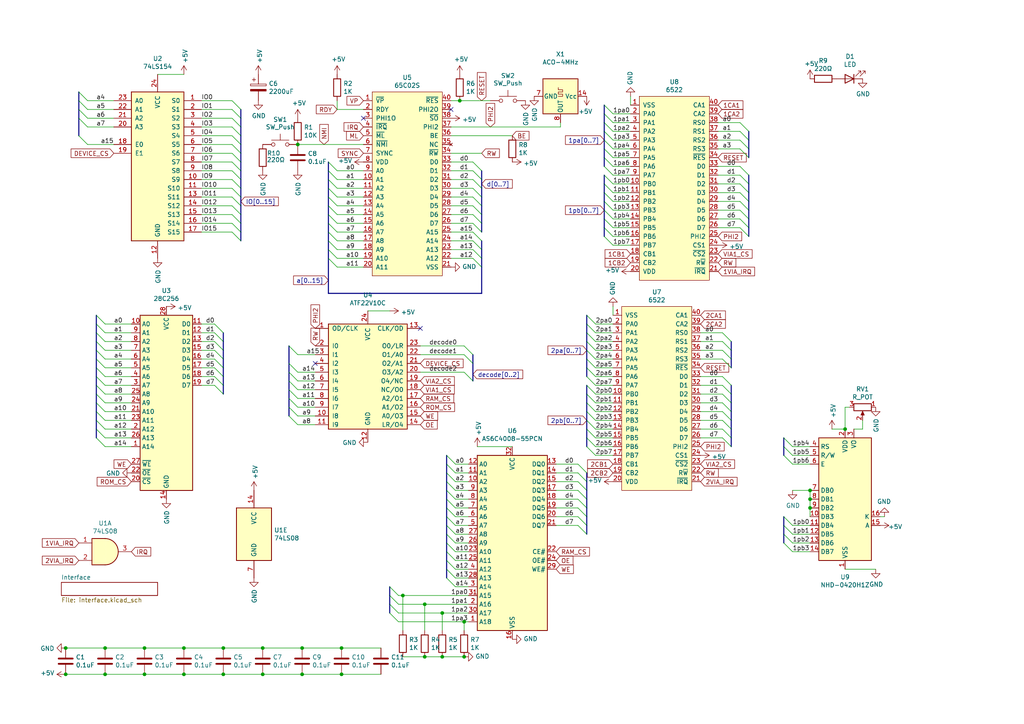
<source format=kicad_sch>
(kicad_sch (version 20211123) (generator eeschema)
  (paper "A4")
  (title_block (title "6502") (date "2022-02-22") (rev "1.1") (company "Strahinja Marinkovic"))
  (junction (at 128.27 177.8))
  (junction (at 134.62 190.5))
  (junction (at 134.62 180.34))
  (junction (at 133.35 29.21))
  (junction (at 99.06 187.96))
  (junction (at 19.05 195.58))
  (junction (at 123.19 175.26))
  (junction (at 128.27 190.5))
  (junction (at 234.95 147.32))
  (junction (at 30.48 195.58))
  (junction (at 41.91 187.96))
  (junction (at 53.34 187.96))
  (junction (at 123.19 190.5))
  (junction (at 234.95 142.24))
  (junction (at 41.91 195.58))
  (junction (at 234.95 144.78))
  (junction (at 64.77 195.58))
  (junction (at 87.63 195.58))
  (junction (at 19.05 187.96))
  (junction (at 76.2 187.96))
  (junction (at 86.36 41.91))
  (junction (at 76.2 195.58))
  (junction (at 99.06 195.58))
  (junction (at 87.63 187.96))
  (junction (at 245.11 124.46))
  (junction (at 64.77 187.96))
  (junction (at 30.48 187.96))
  (junction (at 53.34 195.58))
  (junction (at 116.84 172.72))
  (no_connect (at 91.44 105.41))
  (no_connect (at 130.81 31.75))
  (no_connect (at 105.41 34.29))
  (no_connect (at 121.92 95.25))
  (bus_entry (at 134.62 100.33) (size 2.54 2.54))
  (bus_entry (at 132.08 157.48) (size -2.54 -2.54))
  (bus_entry (at 170.18 109.22) (size 2.54 2.54))
  (bus_entry (at 67.31 44.45) (size 2.54 2.54))
  (bus_entry (at 132.08 162.56) (size -2.54 -2.54))
  (bus_entry (at 132.08 149.86) (size -2.54 -2.54))
  (bus_entry (at 170.18 93.98) (size 2.54 2.54))
  (bus_entry (at 170.18 127) (size 2.54 2.54))
  (bus_entry (at 132.08 139.7) (size -2.54 -2.54))
  (bus_entry (at 95.25 59.69) (size 2.54 2.54))
  (bus_entry (at 95.25 46.99) (size 2.54 2.54))
  (bus_entry (at 27.94 91.44) (size 2.54 2.54))
  (bus_entry (at 134.62 107.95) (size 2.54 2.54))
  (bus_entry (at 27.94 106.68) (size 2.54 2.54))
  (bus_entry (at 137.16 57.15) (size 2.54 2.54))
  (bus_entry (at 175.26 60.96) (size 2.54 2.54))
  (bus_entry (at 83.82 105.41) (size 2.54 2.54))
  (bus_entry (at 27.94 119.38) (size 2.54 2.54))
  (bus_entry (at 83.82 115.57) (size 2.54 2.54))
  (bus_entry (at 227.33 152.4) (size 2.54 2.54))
  (bus_entry (at 170.18 124.46) (size 2.54 2.54))
  (bus_entry (at 175.26 50.8) (size 2.54 2.54))
  (bus_entry (at 214.63 66.04) (size 2.54 2.54))
  (bus_entry (at 137.16 52.07) (size 2.54 2.54))
  (bus_entry (at 62.23 101.6) (size 2.54 2.54))
  (bus_entry (at 209.55 124.46) (size 2.54 2.54))
  (bus_entry (at 175.26 33.02) (size 2.54 2.54))
  (bus_entry (at 175.26 68.58) (size 2.54 2.54))
  (bus_entry (at 175.26 40.64) (size 2.54 2.54))
  (bus_entry (at 27.94 109.22) (size 2.54 2.54))
  (bus_entry (at 209.55 114.3) (size 2.54 2.54))
  (bus_entry (at 67.31 36.83) (size 2.54 2.54))
  (bus_entry (at 95.25 62.23) (size 2.54 2.54))
  (bus_entry (at 83.82 118.11) (size 2.54 2.54))
  (bus_entry (at 83.82 100.33) (size 2.54 2.54))
  (bus_entry (at 170.18 96.52) (size 2.54 2.54))
  (bus_entry (at 214.63 35.56) (size 2.54 2.54))
  (bus_entry (at 214.63 53.34) (size 2.54 2.54))
  (bus_entry (at 67.31 31.75) (size 2.54 2.54))
  (bus_entry (at 214.63 50.8) (size 2.54 2.54))
  (bus_entry (at 170.18 99.06) (size 2.54 2.54))
  (bus_entry (at 115.57 175.26) (size -2.54 -2.54))
  (bus_entry (at 115.57 180.34) (size -2.54 -2.54))
  (bus_entry (at 95.25 72.39) (size 2.54 2.54))
  (bus_entry (at 132.08 160.02) (size -2.54 -2.54))
  (bus_entry (at 132.08 142.24) (size -2.54 -2.54))
  (bus_entry (at 175.26 43.18) (size 2.54 2.54))
  (bus_entry (at 67.31 46.99) (size 2.54 2.54))
  (bus_entry (at 227.33 129.54) (size 2.54 2.54))
  (bus_entry (at 83.82 120.65) (size 2.54 2.54))
  (bus_entry (at 95.25 57.15) (size 2.54 2.54))
  (bus_entry (at 132.08 154.94) (size -2.54 -2.54))
  (bus_entry (at 132.08 170.18) (size -2.54 -2.54))
  (bus_entry (at 175.26 53.34) (size 2.54 2.54))
  (bus_entry (at 214.63 48.26) (size 2.54 2.54))
  (bus_entry (at 209.55 104.14) (size 2.54 2.54))
  (bus_entry (at 214.63 63.5) (size 2.54 2.54))
  (bus_entry (at 95.25 52.07) (size 2.54 2.54))
  (bus_entry (at 137.16 54.61) (size 2.54 2.54))
  (bus_entry (at 62.23 96.52) (size 2.54 2.54))
  (bus_entry (at 209.55 111.76) (size 2.54 2.54))
  (bus_entry (at 27.94 121.92) (size 2.54 2.54))
  (bus_entry (at 170.18 91.44) (size 2.54 2.54))
  (bus_entry (at 214.63 40.64) (size 2.54 2.54))
  (bus_entry (at 214.63 55.88) (size 2.54 2.54))
  (bus_entry (at 209.55 99.06) (size 2.54 2.54))
  (bus_entry (at 22.86 34.29) (size 2.54 2.54))
  (bus_entry (at 27.94 93.98) (size 2.54 2.54))
  (bus_entry (at 67.31 34.29) (size 2.54 2.54))
  (bus_entry (at 27.94 101.6) (size 2.54 2.54))
  (bus_entry (at 137.16 59.69) (size 2.54 2.54))
  (bus_entry (at 22.86 31.75) (size 2.54 2.54))
  (bus_entry (at 67.31 54.61) (size 2.54 2.54))
  (bus_entry (at 67.31 29.21) (size 2.54 2.54))
  (bus_entry (at 214.63 43.18) (size 2.54 2.54))
  (bus_entry (at 170.18 116.84) (size 2.54 2.54))
  (bus_entry (at 175.26 35.56) (size 2.54 2.54))
  (bus_entry (at 67.31 67.31) (size 2.54 2.54))
  (bus_entry (at 132.08 165.1) (size -2.54 -2.54))
  (bus_entry (at 83.82 113.03) (size 2.54 2.54))
  (bus_entry (at 132.08 167.64) (size -2.54 -2.54))
  (bus_entry (at 134.62 102.87) (size 2.54 2.54))
  (bus_entry (at 27.94 124.46) (size 2.54 2.54))
  (bus_entry (at 27.94 127) (size 2.54 2.54))
  (bus_entry (at 175.26 58.42) (size 2.54 2.54))
  (bus_entry (at 67.31 62.23) (size 2.54 2.54))
  (bus_entry (at 209.55 109.22) (size 2.54 2.54))
  (bus_entry (at 137.16 64.77) (size 2.54 2.54))
  (bus_entry (at 132.08 147.32) (size -2.54 -2.54))
  (bus_entry (at 209.55 121.92) (size 2.54 2.54))
  (bus_entry (at 175.26 48.26) (size 2.54 2.54))
  (bus_entry (at 132.08 144.78) (size -2.54 -2.54))
  (bus_entry (at 62.23 93.98) (size 2.54 2.54))
  (bus_entry (at 67.31 39.37) (size 2.54 2.54))
  (bus_entry (at 175.26 55.88) (size 2.54 2.54))
  (bus_entry (at 27.94 111.76) (size 2.54 2.54))
  (bus_entry (at 137.16 69.85) (size 2.54 2.54))
  (bus_entry (at 167.64 144.78) (size 2.54 2.54))
  (bus_entry (at 167.64 147.32) (size 2.54 2.54))
  (bus_entry (at 167.64 137.16) (size 2.54 2.54))
  (bus_entry (at 167.64 139.7) (size 2.54 2.54))
  (bus_entry (at 167.64 142.24) (size 2.54 2.54))
  (bus_entry (at 167.64 149.86) (size 2.54 2.54))
  (bus_entry (at 167.64 152.4) (size 2.54 2.54))
  (bus_entry (at 167.64 134.62) (size 2.54 2.54))
  (bus_entry (at 170.18 106.68) (size 2.54 2.54))
  (bus_entry (at 95.25 49.53) (size 2.54 2.54))
  (bus_entry (at 95.25 54.61) (size 2.54 2.54))
  (bus_entry (at 170.18 121.92) (size 2.54 2.54))
  (bus_entry (at 170.18 114.3) (size 2.54 2.54))
  (bus_entry (at 62.23 111.76) (size 2.54 2.54))
  (bus_entry (at 67.31 49.53) (size 2.54 2.54))
  (bus_entry (at 22.86 39.37) (size 2.54 2.54))
  (bus_entry (at 170.18 104.14) (size 2.54 2.54))
  (bus_entry (at 62.23 106.68) (size 2.54 2.54))
  (bus_entry (at 227.33 154.94) (size 2.54 2.54))
  (bus_entry (at 175.26 38.1) (size 2.54 2.54))
  (bus_entry (at 209.55 116.84) (size 2.54 2.54))
  (bus_entry (at 115.57 172.72) (size -2.54 -2.54))
  (bus_entry (at 67.31 59.69) (size 2.54 2.54))
  (bus_entry (at 170.18 101.6) (size 2.54 2.54))
  (bus_entry (at 227.33 157.48) (size 2.54 2.54))
  (bus_entry (at 129.54 132.08) (size 2.54 2.54))
  (bus_entry (at 227.33 149.86) (size 2.54 2.54))
  (bus_entry (at 95.25 69.85) (size 2.54 2.54))
  (bus_entry (at 209.55 127) (size 2.54 2.54))
  (bus_entry (at 115.57 177.8) (size -2.54 -2.54))
  (bus_entry (at 67.31 64.77) (size 2.54 2.54))
  (bus_entry (at 27.94 104.14) (size 2.54 2.54))
  (bus_entry (at 227.33 127) (size 2.54 2.54))
  (bus_entry (at 137.16 74.93) (size 2.54 2.54))
  (bus_entry (at 209.55 96.52) (size 2.54 2.54))
  (bus_entry (at 22.86 29.21) (size 2.54 2.54))
  (bus_entry (at 95.25 64.77) (size 2.54 2.54))
  (bus_entry (at 175.26 30.48) (size 2.54 2.54))
  (bus_entry (at 175.26 66.04) (size 2.54 2.54))
  (bus_entry (at 62.23 109.22) (size 2.54 2.54))
  (bus_entry (at 137.16 67.31) (size 2.54 2.54))
  (bus_entry (at 209.55 119.38) (size 2.54 2.54))
  (bus_entry (at 27.94 99.06) (size 2.54 2.54))
  (bus_entry (at 214.63 58.42) (size 2.54 2.54))
  (bus_entry (at 83.82 110.49) (size 2.54 2.54))
  (bus_entry (at 22.86 26.67) (size 2.54 2.54))
  (bus_entry (at 67.31 57.15) (size 2.54 2.54))
  (bus_entry (at 95.25 67.31) (size 2.54 2.54))
  (bus_entry (at 95.25 74.93) (size 2.54 2.54))
  (bus_entry (at 137.16 62.23) (size 2.54 2.54))
  (bus_entry (at 137.16 49.53) (size 2.54 2.54))
  (bus_entry (at 209.55 101.6) (size 2.54 2.54))
  (bus_entry (at 175.26 63.5) (size 2.54 2.54))
  (bus_entry (at 137.16 46.99) (size 2.54 2.54))
  (bus_entry (at 27.94 114.3) (size 2.54 2.54))
  (bus_entry (at 170.18 119.38) (size 2.54 2.54))
  (bus_entry (at 62.23 104.14) (size 2.54 2.54))
  (bus_entry (at 175.26 45.72) (size 2.54 2.54))
  (bus_entry (at 170.18 129.54) (size 2.54 2.54))
  (bus_entry (at 83.82 107.95) (size 2.54 2.54))
  (bus_entry (at 62.23 99.06) (size 2.54 2.54))
  (bus_entry (at 27.94 96.52) (size 2.54 2.54))
  (bus_entry (at 137.16 72.39) (size 2.54 2.54))
  (bus_entry (at 227.33 132.08) (size 2.54 2.54))
  (bus_entry (at 170.18 111.76) (size 2.54 2.54))
  (bus_entry (at 132.08 152.4) (size -2.54 -2.54))
  (bus_entry (at 67.31 41.91) (size 2.54 2.54))
  (bus_entry (at 67.31 52.07) (size 2.54 2.54))
  (bus_entry (at 27.94 116.84) (size 2.54 2.54))
  (bus_entry (at 214.63 38.1) (size 2.54 2.54))
  (bus_entry (at 214.63 60.96) (size 2.54 2.54))
  (bus_entry (at 129.54 134.62) (size 2.54 2.54))
  (bus (pts (xy 175.26 60.96) (xy 175.26 63.5)))
  (wire (pts (xy 177.8 45.72) (xy 182.88 45.72)))
  (bus (pts (xy 217.17 55.88) (xy 217.17 58.42)))
  (wire (pts (xy 172.72 104.14) (xy 177.8 104.14)))
  (wire (pts (xy 161.29 152.4) (xy 167.64 152.4)))
  (bus (pts (xy 113.03 172.72) (xy 113.03 175.26)))
  (bus (pts (xy 69.85 67.31) (xy 69.85 69.85)))
  (wire (pts (xy 177.8 38.1) (xy 182.88 38.1)))
  (bus (pts (xy 129.54 149.86) (xy 129.54 152.4)))
  (wire (pts (xy 97.79 31.75) (xy 105.41 31.75)))
  (bus (pts (xy 129.54 162.56) (xy 129.54 165.1)))
  (bus (pts (xy 175.26 45.72) (xy 175.26 48.26)))
  (wire (pts (xy 128.27 182.88) (xy 128.27 177.8)))
  (bus (pts (xy 139.7 52.07) (xy 139.7 54.61)))
  (wire (pts (xy 53.34 195.58) (xy 41.91 195.58)))
  (wire (pts (xy 132.08 154.94) (xy 135.89 154.94)))
  (bus (pts (xy 170.18 106.68) (xy 170.18 109.22)))
  (wire (pts (xy 58.42 39.37) (xy 67.31 39.37)))
  (bus (pts (xy 170.18 142.24) (xy 170.18 144.78)))
  (bus (pts (xy 139.7 62.23) (xy 139.7 64.77)))
  (wire (pts (xy 130.81 67.31) (xy 137.16 67.31)))
  (bus (pts (xy 139.7 72.39) (xy 139.7 74.93)))
  (wire (pts (xy 128.27 177.8) (xy 135.89 177.8)))
  (wire (pts (xy 25.4 41.91) (xy 33.02 41.91)))
  (wire (pts (xy 58.42 52.07) (xy 67.31 52.07)))
  (bus (pts (xy 175.26 38.1) (xy 175.26 40.64)))
  (wire (pts (xy 58.42 106.68) (xy 62.23 106.68)))
  (wire (pts (xy 130.81 29.21) (xy 133.35 29.21)))
  (bus (pts (xy 95.25 54.61) (xy 95.25 57.15)))
  (bus (pts (xy 175.26 35.56) (xy 175.26 38.1)))
  (wire (pts (xy 58.42 41.91) (xy 67.31 41.91)))
  (bus (pts (xy 170.18 96.52) (xy 170.18 99.06)))
  (bus (pts (xy 95.25 57.15) (xy 95.25 59.69)))
  (wire (pts (xy 172.72 124.46) (xy 177.8 124.46)))
  (wire (pts (xy 99.06 195.58) (xy 87.63 195.58)))
  (bus (pts (xy 129.54 137.16) (xy 129.54 139.7)))
  (wire (pts (xy 161.29 149.86) (xy 167.64 149.86)))
  (wire (pts (xy 30.48 106.68) (xy 38.1 106.68)))
  (wire (pts (xy 30.48 104.14) (xy 38.1 104.14)))
  (wire (pts (xy 132.08 137.16) (xy 135.89 137.16)))
  (wire (pts (xy 30.48 96.52) (xy 38.1 96.52)))
  (wire (pts (xy 97.79 74.93) (xy 105.41 74.93)))
  (bus (pts (xy 170.18 101.6) (xy 170.18 104.14)))
  (wire (pts (xy 177.8 66.04) (xy 182.88 66.04)))
  (bus (pts (xy 83.82 107.95) (xy 83.82 110.49)))
  (wire (pts (xy 97.79 64.77) (xy 105.41 64.77)))
  (wire (pts (xy 67.31 29.21) (xy 58.42 29.21)))
  (bus (pts (xy 217.17 38.1) (xy 217.17 40.64)))
  (bus (pts (xy 27.94 99.06) (xy 27.94 101.6)))
  (bus (pts (xy 175.26 30.48) (xy 175.26 33.02)))
  (wire (pts (xy 86.36 120.65) (xy 91.44 120.65)))
  (wire (pts (xy 53.34 187.96) (xy 41.91 187.96)))
  (bus (pts (xy 69.85 44.45) (xy 69.85 46.99)))
  (bus (pts (xy 27.94 106.68) (xy 27.94 109.22)))
  (bus (pts (xy 137.16 105.41) (xy 137.16 110.49)))
  (wire (pts (xy 177.8 53.34) (xy 182.88 53.34)))
  (wire (pts (xy 123.19 175.26) (xy 135.89 175.26)))
  (wire (pts (xy 177.8 63.5) (xy 182.88 63.5)))
  (wire (pts (xy 250.19 121.92) (xy 250.19 124.46)))
  (wire (pts (xy 97.79 54.61) (xy 105.41 54.61)))
  (wire (pts (xy 130.81 36.83) (xy 162.56 36.83)))
  (bus (pts (xy 129.54 144.78) (xy 129.54 147.32)))
  (wire (pts (xy 25.4 31.75) (xy 33.02 31.75)))
  (wire (pts (xy 58.42 36.83) (xy 67.31 36.83)))
  (wire (pts (xy 97.79 69.85) (xy 105.41 69.85)))
  (wire (pts (xy 229.87 152.4) (xy 234.95 152.4)))
  (bus (pts (xy 27.94 104.14) (xy 27.94 106.68)))
  (bus (pts (xy 27.94 111.76) (xy 27.94 114.3)))
  (wire (pts (xy 58.42 34.29) (xy 67.31 34.29)))
  (wire (pts (xy 97.79 57.15) (xy 105.41 57.15)))
  (wire (pts (xy 208.28 53.34) (xy 214.63 53.34)))
  (bus (pts (xy 113.03 175.26) (xy 113.03 177.8)))
  (wire (pts (xy 58.42 109.22) (xy 62.23 109.22)))
  (wire (pts (xy 161.29 134.62) (xy 167.64 134.62)))
  (wire (pts (xy 172.72 121.92) (xy 177.8 121.92)))
  (wire (pts (xy 172.72 99.06) (xy 177.8 99.06)))
  (wire (pts (xy 161.29 142.24) (xy 167.64 142.24)))
  (wire (pts (xy 208.28 55.88) (xy 214.63 55.88)))
  (bus (pts (xy 83.82 118.11) (xy 83.82 120.65)))
  (wire (pts (xy 30.48 93.98) (xy 38.1 93.98)))
  (wire (pts (xy 110.49 195.58) (xy 99.06 195.58)))
  (bus (pts (xy 227.33 129.54) (xy 227.33 132.08)))
  (wire (pts (xy 250.19 124.46) (xy 247.65 124.46)))
  (bus (pts (xy 217.17 66.04) (xy 217.17 68.58)))
  (wire (pts (xy 58.42 93.98) (xy 62.23 93.98)))
  (bus (pts (xy 22.86 34.29) (xy 22.86 39.37)))
  (wire (pts (xy 177.8 40.64) (xy 182.88 40.64)))
  (bus (pts (xy 139.7 59.69) (xy 139.7 62.23)))
  (bus (pts (xy 170.18 121.92) (xy 170.18 124.46)))
  (bus (pts (xy 95.25 74.93) (xy 95.25 85.09)))
  (bus (pts (xy 175.26 50.8) (xy 175.26 53.34)))
  (wire (pts (xy 132.08 152.4) (xy 135.89 152.4)))
  (bus (pts (xy 175.26 53.34) (xy 175.26 55.88)))
  (bus (pts (xy 69.85 52.07) (xy 69.85 54.61)))
  (wire (pts (xy 177.8 58.42) (xy 182.88 58.42)))
  (wire (pts (xy 76.2 195.58) (xy 64.77 195.58)))
  (wire (pts (xy 30.48 121.92) (xy 38.1 121.92)))
  (wire (pts (xy 86.36 102.87) (xy 91.44 102.87)))
  (bus (pts (xy 212.09 127) (xy 212.09 129.54)))
  (wire (pts (xy 130.81 46.99) (xy 137.16 46.99)))
  (bus (pts (xy 27.94 116.84) (xy 27.94 119.38)))
  (wire (pts (xy 25.4 29.21) (xy 33.02 29.21)))
  (bus (pts (xy 64.77 101.6) (xy 64.77 104.14)))
  (wire (pts (xy 76.2 187.96) (xy 64.77 187.96)))
  (wire (pts (xy 58.42 67.31) (xy 67.31 67.31)))
  (wire (pts (xy 58.42 111.76) (xy 62.23 111.76)))
  (bus (pts (xy 227.33 154.94) (xy 227.33 157.48)))
  (wire (pts (xy 132.08 149.86) (xy 135.89 149.86)))
  (wire (pts (xy 203.2 114.3) (xy 209.55 114.3)))
  (wire (pts (xy 203.2 109.22) (xy 209.55 109.22)))
  (bus (pts (xy 175.26 40.64) (xy 175.26 43.18)))
  (wire (pts (xy 134.62 182.88) (xy 134.62 180.34)))
  (wire (pts (xy 97.79 59.69) (xy 105.41 59.69)))
  (bus (pts (xy 27.94 91.44) (xy 27.94 93.98)))
  (wire (pts (xy 177.8 88.9) (xy 177.8 91.44)))
  (wire (pts (xy 130.81 52.07) (xy 137.16 52.07)))
  (bus (pts (xy 22.86 26.67) (xy 22.86 29.21)))
  (bus (pts (xy 227.33 152.4) (xy 227.33 154.94)))
  (wire (pts (xy 177.8 96.52) (xy 172.72 96.52)))
  (bus (pts (xy 170.18 137.16) (xy 170.18 139.7)))
  (bus (pts (xy 95.25 64.77) (xy 95.25 67.31)))
  (wire (pts (xy 182.88 27.94) (xy 182.88 30.48)))
  (wire (pts (xy 97.79 77.47) (xy 105.41 77.47)))
  (wire (pts (xy 203.2 101.6) (xy 209.55 101.6)))
  (wire (pts (xy 172.72 127) (xy 177.8 127)))
  (wire (pts (xy 229.87 142.24) (xy 234.95 142.24)))
  (wire (pts (xy 30.48 109.22) (xy 38.1 109.22)))
  (wire (pts (xy 203.2 111.76) (xy 209.55 111.76)))
  (wire (pts (xy 30.48 99.06) (xy 38.1 99.06)))
  (wire (pts (xy 203.2 99.06) (xy 209.55 99.06)))
  (bus (pts (xy 69.85 59.69) (xy 69.85 62.23)))
  (wire (pts (xy 132.08 157.48) (xy 135.89 157.48)))
  (wire (pts (xy 208.28 48.26) (xy 214.63 48.26)))
  (wire (pts (xy 161.29 137.16) (xy 167.64 137.16)))
  (wire (pts (xy 208.28 58.42) (xy 214.63 58.42)))
  (wire (pts (xy 172.72 109.22) (xy 177.8 109.22)))
  (bus (pts (xy 27.94 121.92) (xy 27.94 124.46)))
  (wire (pts (xy 58.42 64.77) (xy 67.31 64.77)))
  (bus (pts (xy 22.86 29.21) (xy 22.86 31.75)))
  (bus (pts (xy 139.7 77.47) (xy 139.7 85.09)))
  (bus (pts (xy 64.77 99.06) (xy 64.77 101.6)))
  (wire (pts (xy 121.92 102.87) (xy 134.62 102.87)))
  (bus (pts (xy 170.18 139.7) (xy 170.18 142.24)))
  (wire (pts (xy 116.84 190.5) (xy 123.19 190.5)))
  (bus (pts (xy 27.94 101.6) (xy 27.94 104.14)))
  (bus (pts (xy 170.18 124.46) (xy 170.18 127)))
  (wire (pts (xy 30.48 119.38) (xy 38.1 119.38)))
  (bus (pts (xy 129.54 132.08) (xy 129.54 134.62)))
  (wire (pts (xy 115.57 175.26) (xy 123.19 175.26)))
  (bus (pts (xy 27.94 114.3) (xy 27.94 116.84)))
  (wire (pts (xy 99.06 187.96) (xy 87.63 187.96)))
  (wire (pts (xy 135.89 134.62) (xy 132.08 134.62)))
  (bus (pts (xy 170.18 147.32) (xy 170.18 149.86)))
  (bus (pts (xy 170.18 104.14) (xy 170.18 106.68)))
  (bus (pts (xy 139.7 57.15) (xy 139.7 59.69)))
  (wire (pts (xy 132.08 144.78) (xy 135.89 144.78)))
  (wire (pts (xy 132.08 160.02) (xy 135.89 160.02)))
  (bus (pts (xy 137.16 102.87) (xy 137.16 105.41)))
  (bus (pts (xy 175.26 58.42) (xy 175.26 60.96)))
  (wire (pts (xy 25.4 36.83) (xy 33.02 36.83)))
  (bus (pts (xy 95.25 69.85) (xy 95.25 72.39)))
  (wire (pts (xy 86.36 118.11) (xy 91.44 118.11)))
  (wire (pts (xy 113.03 90.17) (xy 106.68 90.17)))
  (bus (pts (xy 95.25 49.53) (xy 95.25 52.07)))
  (wire (pts (xy 245.11 118.11) (xy 245.11 124.46)))
  (bus (pts (xy 64.77 104.14) (xy 64.77 106.68)))
  (wire (pts (xy 115.57 180.34) (xy 134.62 180.34)))
  (bus (pts (xy 129.54 134.62) (xy 129.54 137.16)))
  (wire (pts (xy 86.36 113.03) (xy 91.44 113.03)))
  (wire (pts (xy 58.42 49.53) (xy 67.31 49.53)))
  (bus (pts (xy 212.09 101.6) (xy 212.09 104.14)))
  (wire (pts (xy 58.42 44.45) (xy 67.31 44.45)))
  (wire (pts (xy 58.42 99.06) (xy 62.23 99.06)))
  (wire (pts (xy 30.48 129.54) (xy 38.1 129.54)))
  (bus (pts (xy 170.18 149.86) (xy 170.18 152.4)))
  (wire (pts (xy 172.72 101.6) (xy 177.8 101.6)))
  (wire (pts (xy 130.81 59.69) (xy 137.16 59.69)))
  (wire (pts (xy 172.72 93.98) (xy 177.8 93.98)))
  (bus (pts (xy 129.54 165.1) (xy 129.54 167.64)))
  (bus (pts (xy 227.33 127) (xy 227.33 129.54)))
  (bus (pts (xy 69.85 62.23) (xy 69.85 64.77)))
  (wire (pts (xy 172.72 132.08) (xy 177.8 132.08)))
  (wire (pts (xy 172.72 106.68) (xy 177.8 106.68)))
  (bus (pts (xy 64.77 96.52) (xy 64.77 99.06)))
  (bus (pts (xy 212.09 99.06) (xy 212.09 101.6)))
  (wire (pts (xy 123.19 182.88) (xy 123.19 175.26)))
  (wire (pts (xy 134.62 180.34) (xy 135.89 180.34)))
  (bus (pts (xy 83.82 113.03) (xy 83.82 115.57)))
  (bus (pts (xy 170.18 114.3) (xy 170.18 116.84)))
  (bus (pts (xy 69.85 46.99) (xy 69.85 49.53)))
  (wire (pts (xy 182.88 35.56) (xy 177.8 35.56)))
  (wire (pts (xy 208.28 35.56) (xy 214.63 35.56)))
  (wire (pts (xy 110.49 187.96) (xy 99.06 187.96)))
  (wire (pts (xy 177.8 129.54) (xy 172.72 129.54)))
  (bus (pts (xy 212.09 121.92) (xy 212.09 124.46)))
  (wire (pts (xy 132.08 165.1) (xy 135.89 165.1)))
  (bus (pts (xy 212.09 124.46) (xy 212.09 127)))
  (wire (pts (xy 132.08 167.64) (xy 135.89 167.64)))
  (wire (pts (xy 58.42 96.52) (xy 62.23 96.52)))
  (wire (pts (xy 182.88 55.88) (xy 177.8 55.88)))
  (wire (pts (xy 58.42 62.23) (xy 67.31 62.23)))
  (bus (pts (xy 217.17 53.34) (xy 217.17 55.88)))
  (wire (pts (xy 97.79 52.07) (xy 105.41 52.07)))
  (bus (pts (xy 83.82 105.41) (xy 83.82 107.95)))
  (bus (pts (xy 95.25 85.09) (xy 139.7 85.09)))
  (wire (pts (xy 58.42 31.75) (xy 67.31 31.75)))
  (bus (pts (xy 69.85 36.83) (xy 69.85 39.37)))
  (bus (pts (xy 69.85 54.61) (xy 69.85 57.15)))
  (wire (pts (xy 246.38 118.11) (xy 245.11 118.11)))
  (wire (pts (xy 133.35 29.21) (xy 142.24 29.21)))
  (wire (pts (xy 162.56 36.83) (xy 162.56 35.56)))
  (bus (pts (xy 69.85 39.37) (xy 69.85 41.91)))
  (wire (pts (xy 130.81 44.45) (xy 139.7 44.45)))
  (bus (pts (xy 129.54 152.4) (xy 129.54 154.94)))
  (bus (pts (xy 95.25 59.69) (xy 95.25 62.23)))
  (bus (pts (xy 170.18 116.84) (xy 170.18 119.38)))
  (bus (pts (xy 69.85 34.29) (xy 69.85 36.83)))
  (wire (pts (xy 86.36 115.57) (xy 91.44 115.57)))
  (wire (pts (xy 115.57 177.8) (xy 128.27 177.8)))
  (bus (pts (xy 175.26 55.88) (xy 175.26 58.42)))
  (bus (pts (xy 64.77 109.22) (xy 64.77 111.76)))
  (wire (pts (xy 203.2 119.38) (xy 209.55 119.38)))
  (wire (pts (xy 123.19 190.5) (xy 128.27 190.5)))
  (wire (pts (xy 58.42 101.6) (xy 62.23 101.6)))
  (wire (pts (xy 132.08 147.32) (xy 135.89 147.32)))
  (bus (pts (xy 69.85 49.53) (xy 69.85 52.07)))
  (bus (pts (xy 175.26 33.02) (xy 175.26 35.56)))
  (bus (pts (xy 95.25 62.23) (xy 95.25 64.77)))
  (wire (pts (xy 208.28 66.04) (xy 214.63 66.04)))
  (wire (pts (xy 97.79 29.21) (xy 97.79 31.75)))
  (bus (pts (xy 170.18 144.78) (xy 170.18 147.32)))
  (bus (pts (xy 129.54 147.32) (xy 129.54 149.86)))
  (wire (pts (xy 25.4 34.29) (xy 33.02 34.29)))
  (wire (pts (xy 128.27 190.5) (xy 134.62 190.5)))
  (wire (pts (xy 58.42 59.69) (xy 67.31 59.69)))
  (bus (pts (xy 217.17 50.8) (xy 217.17 53.34)))
  (bus (pts (xy 69.85 31.75) (xy 69.85 34.29)))
  (wire (pts (xy 177.8 48.26) (xy 182.88 48.26)))
  (wire (pts (xy 245.11 165.1) (xy 254 165.1)))
  (bus (pts (xy 69.85 64.77) (xy 69.85 67.31)))
  (bus (pts (xy 129.54 139.7) (xy 129.54 142.24)))
  (wire (pts (xy 30.48 116.84) (xy 38.1 116.84)))
  (bus (pts (xy 27.94 119.38) (xy 27.94 121.92)))
  (bus (pts (xy 95.25 46.99) (xy 95.25 49.53)))
  (bus (pts (xy 212.09 116.84) (xy 212.09 119.38)))
  (wire (pts (xy 229.87 134.62) (xy 234.95 134.62)))
  (bus (pts (xy 170.18 99.06) (xy 170.18 101.6)))
  (bus (pts (xy 217.17 60.96) (xy 217.17 63.5)))
  (bus (pts (xy 212.09 111.76) (xy 212.09 114.3)))
  (wire (pts (xy 121.92 107.95) (xy 134.62 107.95)))
  (wire (pts (xy 58.42 46.99) (xy 67.31 46.99)))
  (bus (pts (xy 139.7 74.93) (xy 139.7 77.47)))
  (bus (pts (xy 69.85 57.15) (xy 69.85 59.69)))
  (wire (pts (xy 41.91 195.58) (xy 30.48 195.58)))
  (wire (pts (xy 132.08 142.24) (xy 135.89 142.24)))
  (wire (pts (xy 30.48 101.6) (xy 38.1 101.6)))
  (wire (pts (xy 58.42 54.61) (xy 67.31 54.61)))
  (bus (pts (xy 69.85 41.91) (xy 69.85 44.45)))
  (wire (pts (xy 130.81 72.39) (xy 137.16 72.39)))
  (bus (pts (xy 217.17 43.18) (xy 217.17 45.72)))
  (wire (pts (xy 177.8 50.8) (xy 182.88 50.8)))
  (wire (pts (xy 53.34 21.59) (xy 45.72 21.59)))
  (bus (pts (xy 64.77 111.76) (xy 64.77 114.3)))
  (bus (pts (xy 95.25 52.07) (xy 95.25 54.61)))
  (wire (pts (xy 172.72 111.76) (xy 177.8 111.76)))
  (wire (pts (xy 130.81 57.15) (xy 137.16 57.15)))
  (wire (pts (xy 229.87 160.02) (xy 234.95 160.02)))
  (wire (pts (xy 86.36 107.95) (xy 91.44 107.95)))
  (wire (pts (xy 203.2 127) (xy 209.55 127)))
  (wire (pts (xy 58.42 104.14) (xy 62.23 104.14)))
  (wire (pts (xy 234.95 147.32) (xy 234.95 149.86)))
  (bus (pts (xy 217.17 63.5) (xy 217.17 66.04)))
  (wire (pts (xy 203.2 96.52) (xy 209.55 96.52)))
  (bus (pts (xy 95.25 67.31) (xy 95.25 69.85)))
  (wire (pts (xy 177.8 71.12) (xy 182.88 71.12)))
  (wire (pts (xy 87.63 187.96) (xy 76.2 187.96)))
  (bus (pts (xy 64.77 106.68) (xy 64.77 109.22)))
  (wire (pts (xy 132.08 162.56) (xy 135.89 162.56)))
  (wire (pts (xy 86.36 110.49) (xy 91.44 110.49)))
  (bus (pts (xy 212.09 119.38) (xy 212.09 121.92)))
  (wire (pts (xy 208.28 60.96) (xy 214.63 60.96)))
  (wire (pts (xy 130.81 54.61) (xy 137.16 54.61)))
  (wire (pts (xy 208.28 63.5) (xy 214.63 63.5)))
  (bus (pts (xy 129.54 154.94) (xy 129.54 157.48)))
  (wire (pts (xy 97.79 49.53) (xy 105.41 49.53)))
  (wire (pts (xy 30.48 127) (xy 38.1 127)))
  (wire (pts (xy 172.72 119.38) (xy 177.8 119.38)))
  (wire (pts (xy 86.36 41.91) (xy 105.41 41.91)))
  (bus (pts (xy 212.09 114.3) (xy 212.09 116.84)))
  (wire (pts (xy 130.81 49.53) (xy 137.16 49.53)))
  (bus (pts (xy 170.18 91.44) (xy 170.18 93.98)))
  (wire (pts (xy 130.81 39.37) (xy 148.59 39.37)))
  (bus (pts (xy 27.94 96.52) (xy 27.94 99.06)))
  (wire (pts (xy 116.84 172.72) (xy 135.89 172.72)))
  (wire (pts (xy 134.62 100.33) (xy 121.92 100.33)))
  (wire (pts (xy 208.28 40.64) (xy 214.63 40.64)))
  (bus (pts (xy 170.18 127) (xy 170.18 129.54)))
  (bus (pts (xy 27.94 109.22) (xy 27.94 111.76)))
  (wire (pts (xy 116.84 182.88) (xy 116.84 172.72)))
  (wire (pts (xy 86.36 123.19) (xy 91.44 123.19)))
  (wire (pts (xy 234.95 142.24) (xy 234.95 144.78)))
  (wire (pts (xy 30.48 195.58) (xy 19.05 195.58)))
  (wire (pts (xy 132.08 139.7) (xy 135.89 139.7)))
  (wire (pts (xy 137.16 64.77) (xy 130.81 64.77)))
  (wire (pts (xy 203.2 121.92) (xy 209.55 121.92)))
  (bus (pts (xy 217.17 40.64) (xy 217.17 43.18)))
  (wire (pts (xy 64.77 195.58) (xy 53.34 195.58)))
  (wire (pts (xy 172.72 114.3) (xy 177.8 114.3)))
  (bus (pts (xy 129.54 160.02) (xy 129.54 162.56)))
  (bus (pts (xy 227.33 149.86) (xy 227.33 152.4)))
  (wire (pts (xy 97.79 72.39) (xy 105.41 72.39)))
  (bus (pts (xy 129.54 142.24) (xy 129.54 144.78)))
  (wire (pts (xy 177.8 43.18) (xy 182.88 43.18)))
  (wire (pts (xy 130.81 62.23) (xy 137.16 62.23)))
  (bus (pts (xy 175.26 66.04) (xy 175.26 68.58)))
  (wire (pts (xy 203.2 116.84) (xy 209.55 116.84)))
  (bus (pts (xy 22.86 31.75) (xy 22.86 34.29)))
  (wire (pts (xy 138.43 129.54) (xy 148.59 129.54)))
  (wire (pts (xy 64.77 187.96) (xy 53.34 187.96)))
  (bus (pts (xy 212.09 104.14) (xy 212.09 106.68)))
  (wire (pts (xy 97.79 67.31) (xy 105.41 67.31)))
  (wire (pts (xy 177.8 116.84) (xy 172.72 116.84)))
  (wire (pts (xy 229.87 129.54) (xy 234.95 129.54)))
  (bus (pts (xy 170.18 111.76) (xy 170.18 114.3)))
  (bus (pts (xy 95.25 72.39) (xy 95.25 74.93)))
  (wire (pts (xy 161.29 139.7) (xy 167.64 139.7)))
  (wire (pts (xy 208.28 38.1) (xy 214.63 38.1)))
  (wire (pts (xy 161.29 144.78) (xy 167.64 144.78)))
  (wire (pts (xy 30.48 187.96) (xy 19.05 187.96)))
  (bus (pts (xy 129.54 157.48) (xy 129.54 160.02)))
  (wire (pts (xy 203.2 104.14) (xy 209.55 104.14)))
  (bus (pts (xy 139.7 54.61) (xy 139.7 57.15)))
  (bus (pts (xy 83.82 115.57) (xy 83.82 118.11)))
  (bus (pts (xy 27.94 93.98) (xy 27.94 96.52)))
  (bus (pts (xy 83.82 110.49) (xy 83.82 113.03)))
  (wire (pts (xy 177.8 33.02) (xy 182.88 33.02)))
  (bus (pts (xy 175.26 43.18) (xy 175.26 45.72)))
  (wire (pts (xy 208.28 43.18) (xy 214.63 43.18)))
  (bus (pts (xy 139.7 64.77) (xy 139.7 67.31)))
  (wire (pts (xy 30.48 111.76) (xy 38.1 111.76)))
  (bus (pts (xy 113.03 170.18) (xy 113.03 172.72)))
  (wire (pts (xy 208.28 50.8) (xy 214.63 50.8)))
  (wire (pts (xy 161.29 147.32) (xy 167.64 147.32)))
  (wire (pts (xy 87.63 195.58) (xy 76.2 195.58)))
  (bus (pts (xy 170.18 152.4) (xy 170.18 154.94)))
  (wire (pts (xy 30.48 114.3) (xy 38.1 114.3)))
  (wire (pts (xy 115.57 172.72) (xy 116.84 172.72)))
  (wire (pts (xy 229.87 157.48) (xy 234.95 157.48)))
  (wire (pts (xy 177.8 60.96) (xy 182.88 60.96)))
  (bus (pts (xy 139.7 69.85) (xy 139.7 72.39)))
  (bus (pts (xy 27.94 124.46) (xy 27.94 127)))
  (wire (pts (xy 182.88 68.58) (xy 177.8 68.58)))
  (bus (pts (xy 170.18 93.98) (xy 170.18 96.52)))
  (wire (pts (xy 241.3 124.46) (xy 245.11 124.46)))
  (wire (pts (xy 41.91 187.96) (xy 30.48 187.96)))
  (wire (pts (xy 58.42 57.15) (xy 67.31 57.15)))
  (wire (pts (xy 30.48 124.46) (xy 38.1 124.46)))
  (wire (pts (xy 132.08 170.18) (xy 135.89 170.18)))
  (wire (pts (xy 229.87 154.94) (xy 234.95 154.94)))
  (bus (pts (xy 170.18 119.38) (xy 170.18 121.92)))
  (wire (pts (xy 255.27 149.86) (xy 256.54 149.86)))
  (wire (pts (xy 130.81 69.85) (xy 137.16 69.85)))
  (wire (pts (xy 130.81 74.93) (xy 137.16 74.93)))
  (wire (pts (xy 234.95 147.32) (xy 234.95 144.78)))
  (wire (pts (xy 203.2 124.46) (xy 209.55 124.46)))
  (wire (pts (xy 97.79 62.23) (xy 105.41 62.23)))
  (wire (pts (xy 229.87 132.08) (xy 234.95 132.08)))
  (bus (pts (xy 217.17 58.42) (xy 217.17 60.96)))
  (bus (pts (xy 139.7 49.53) (xy 139.7 52.07)))
  (bus (pts (xy 83.82 100.33) (xy 83.82 105.41)))
  (bus (pts (xy 175.26 63.5) (xy 175.26 66.04)))
  (label "a9" (at 33.02 116.84 0))
  (label "1pa5" (at 177.8 45.72 0))
  (label "d1" (at 210.82 50.8 0))
  (label "a4" (at 132.08 144.78 0))
  (label "2pa5" (at 172.72 106.68 0))
  (label "d0" (at 205.74 109.22 0))
  (label "1pa2" (at 177.8 38.1 0))
  (label "2pa6" (at 172.72 109.22 0))
  (label "a0" (at 132.08 134.62 0))
  (label "IO0" (at 58.42 29.21 0))
  (label "d2" (at 133.35 52.07 0))
  (label "d4" (at 205.74 119.38 0))
  (label "a4" (at 27.94 29.21 0))
  (label "IO1" (at 58.42 31.75 0))
  (label "2pb2" (at 172.72 119.38 0))
  (label "d6" (at 59.69 109.22 0))
  (label "a3" (at 204.47 104.14 0))
  (label "a8" (at 132.08 154.94 0))
  (label "1pa7" (at 177.8 50.8 0))
  (label "a3" (at 33.02 101.6 0))
  (label "a0" (at 100.33 49.53 0))
  (label "2pb4" (at 172.72 124.46 0))
  (label "d2" (at 205.74 114.3 0))
  (label "a5" (at 27.94 31.75 0))
  (label "IO5" (at 58.42 41.91 0))
  (label "IO6" (at 58.42 44.45 0))
  (label "2pa1" (at 172.72 96.52 0))
  (label "d1" (at 163.83 137.16 0))
  (label "a9" (at 132.08 157.48 0))
  (label "1pb2" (at 177.8 58.42 0))
  (label "a9" (at 100.33 72.39 0))
  (label "d3" (at 210.82 55.88 0))
  (label "1pa4" (at 177.8 43.18 0))
  (label "d1" (at 133.35 49.53 0))
  (label "a12" (at 33.02 124.46 0))
  (label "d4" (at 163.83 144.78 0))
  (label "d1" (at 205.74 111.76 0))
  (label "a1" (at 204.47 99.06 0))
  (label "1pb0" (at 229.87 152.4 0))
  (label "IO10" (at 58.42 54.61 0))
  (label "d6" (at 133.35 62.23 0))
  (label "1pb3" (at 229.87 160.02 0))
  (label "a10" (at 87.63 118.11 0))
  (label "1pb1" (at 177.8 55.88 0))
  (label "d7" (at 163.83 152.4 0))
  (label "a6" (at 33.02 109.22 0))
  (label "a13" (at 132.08 167.64 0))
  (label "a13" (at 133.35 72.39 0))
  (label "a6" (at 132.08 149.86 0))
  (label "decode0" (at 124.46 100.33 0))
  (label "1pa3" (at 177.8 40.64 0))
  (label "1pb5" (at 229.87 132.08 0))
  (label "1pa0" (at 130.81 172.72 0))
  (label "a2" (at 33.02 99.06 0))
  (label "d2" (at 59.69 99.06 0))
  (label "a14" (at 33.02 129.54 0))
  (label "1pb4" (at 177.8 63.5 0))
  (label "2pb0" (at 172.72 114.3 0))
  (label "d7" (at 210.82 66.04 0))
  (label "d4" (at 210.82 58.42 0))
  (label "a4" (at 33.02 104.14 0))
  (label "1pa0" (at 177.8 33.02 0))
  (label "a15" (at 88.9 102.87 0))
  (label "IO3" (at 58.42 36.83 0))
  (label "a7" (at 100.33 67.31 0))
  (label "a3" (at 132.08 142.24 0))
  (label "d5" (at 59.69 106.68 0))
  (label "a13" (at 33.02 127 0))
  (label "a0" (at 33.02 93.98 0))
  (label "a4" (at 100.33 59.69 0))
  (label "d0" (at 163.83 134.62 0))
  (label "a0" (at 204.47 96.52 0))
  (label "a7" (at 33.02 111.76 0))
  (label "d4" (at 59.69 104.14 0))
  (label "2pb5" (at 172.72 127 0))
  (label "d6" (at 210.82 63.5 0))
  (label "d5" (at 205.74 121.92 0))
  (label "a2" (at 100.33 54.61 0))
  (label "a8" (at 100.33 69.85 0))
  (label "IO15" (at 58.42 67.31 0))
  (label "d6" (at 163.83 149.86 0))
  (label "d2" (at 163.83 139.7 0))
  (label "2pb3" (at 172.72 121.92 0))
  (label "a8" (at 87.63 123.19 0))
  (label "decode2" (at 124.46 107.95 0))
  (label "d3" (at 163.83 142.24 0))
  (label "2pa4" (at 172.72 104.14 0))
  (label "a2" (at 204.47 101.6 0))
  (label "d4" (at 133.35 57.15 0))
  (label "d5" (at 133.35 59.69 0))
  (label "1pb1" (at 229.87 154.94 0))
  (label "2pa2" (at 172.72 99.06 0))
  (label "2pa0" (at 172.72 93.98 0))
  (label "a0" (at 209.55 35.56 0))
  (label "a1" (at 100.33 52.07 0))
  (label "a10" (at 100.33 74.93 0))
  (label "a10" (at 33.02 119.38 0))
  (label "a5" (at 132.08 147.32 0))
  (label "1pb0" (at 177.8 53.34 0))
  (label "a14" (at 132.08 170.18 0))
  (label "IO7" (at 58.42 46.99 0))
  (label "a6" (at 27.94 34.29 0))
  (label "1pb6" (at 177.8 68.58 0))
  (label "IO8" (at 58.42 49.53 0))
  (label "a5" (at 100.33 62.23 0))
  (label "a11" (at 100.33 77.47 0))
  (label "a12" (at 132.08 165.1 0))
  (label "d1" (at 59.69 96.52 0))
  (label "a3" (at 100.33 57.15 0))
  (label "1pa3" (at 130.81 180.34 0))
  (label "d0" (at 133.35 46.99 0))
  (label "IO11" (at 58.42 57.15 0))
  (label "2pb7" (at 172.72 132.08 0))
  (label "d0" (at 59.69 93.98 0))
  (label "a12" (at 87.63 113.03 0))
  (label "a1" (at 132.08 137.16 0))
  (label "d0" (at 210.82 48.26 0))
  (label "a13" (at 87.63 110.49 0))
  (label "1pa2" (at 130.81 177.8 0))
  (label "a9" (at 87.63 120.65 0))
  (label "d3" (at 133.35 54.61 0))
  (label "1pb3" (at 177.8 60.96 0))
  (label "d6" (at 205.74 124.46 0))
  (label "a10" (at 132.08 160.02 0))
  (label "1pa1" (at 130.81 175.26 0))
  (label "IO14" (at 58.42 64.77 0))
  (label "IO9" (at 58.42 52.07 0))
  (label "2pb1" (at 172.72 116.84 0))
  (label "d5" (at 210.82 60.96 0))
  (label "d7" (at 59.69 111.76 0))
  (label "IO4" (at 58.42 39.37 0))
  (label "2pb6" (at 172.72 129.54 0))
  (label "a6" (at 100.33 64.77 0))
  (label "a2" (at 132.08 139.7 0))
  (label "a8" (at 33.02 114.3 0))
  (label "a11" (at 132.08 162.56 0))
  (label "d7" (at 205.74 127 0))
  (label "1pb2" (at 229.87 157.48 0))
  (label "d5" (at 163.83 147.32 0))
  (label "IO13" (at 58.42 62.23 0))
  (label "a12" (at 133.35 74.93 0))
  (label "IO12" (at 58.42 59.69 0))
  (label "a7" (at 27.94 36.83 0))
  (label "a7" (at 132.08 152.4 0))
  (label "a15" (at 133.35 67.31 0))
  (label "IO2" (at 58.42 34.29 0))
  (label "a3" (at 209.55 43.18 0))
  (label "decode1" (at 124.46 102.87 0))
  (label "a15" (at 29.21 41.91 0))
  (label "1pb4" (at 229.87 129.54 0))
  (label "1pa1" (at 177.8 35.56 0))
  (label "d7" (at 133.35 64.77 0))
  (label "a14" (at 87.63 107.95 0))
  (label "2pa3" (at 172.72 101.6 0))
  (label "a11" (at 87.63 115.57 0))
  (label "2pa7" (at 172.72 111.76 0))
  (label "a1" (at 209.55 38.1 0))
  (label "a14" (at 133.35 69.85 0))
  (label "a5" (at 33.02 106.68 0))
  (label "d3" (at 59.69 101.6 0))
  (label "1pa6" (at 177.8 48.26 0))
  (label "1pb5" (at 177.8 66.04 0))
  (label "d2" (at 210.82 53.34 0))
  (label "d3" (at 205.74 116.84 0))
  (label "a11" (at 33.02 121.92 0))
  (label "a1" (at 33.02 96.52 0))
  (label "a2" (at 209.55 40.64 0))
  (label "1pb7" (at 177.8 71.12 0))
  (label "1pb6" (at 229.87 134.62 0))
  (global_label "1pa[0..7]" (shape input) (at 175.26 40.64 180) (property "Intersheet References" "${INTERSHEET_REFS}" (effects hide)))
  (global_label "2VIA_IRQ" (shape input) (at 22.86 162.56 180) (property "Intersheet References" "${INTERSHEET_REFS}" (effects hide)))
  (global_label "IRQ" (shape input) (at 105.41 36.83 180) (property "Intersheet References" "${INTERSHEET_REFS}" (effects hide)))
  (global_label "VP" (shape input) (at 105.41 29.21 180) (property "Intersheet References" "${INTERSHEET_REFS}" (effects hide)))
  (global_label "2CB1" (shape input) (at 177.8 134.62 180) (property "Intersheet References" "${INTERSHEET_REFS}" (effects hide)))
  (global_label "SYNC" (shape input) (at 105.41 44.45 180) (property "Intersheet References" "${INTERSHEET_REFS}" (effects hide)))
  (global_label "1CB2" (shape input) (at 182.88 76.2 180) (property "Intersheet References" "${INTERSHEET_REFS}" (effects hide)))
  (global_label "a[0..15]" (shape input) (at 95.25 81.28 180) (property "Intersheet References" "${INTERSHEET_REFS}" (effects hide)))
  (global_label "1pb[0..7]" (shape input) (at 175.26 60.96 180) (property "Intersheet References" "${INTERSHEET_REFS}" (effects hide)))
  (global_label "decode[0..2]" (shape input) (at 137.16 108.585 0) (property "Intersheet References" "${INTERSHEET_REFS}" (effects hide)))
  (global_label "1VIA_IRQ" (shape input) (at 208.28 78.74 0) (property "Intersheet References" "${INTERSHEET_REFS}" (effects hide)))
  (global_label "VIA2_CS" (shape input) (at 121.92 110.49 0) (property "Intersheet References" "${INTERSHEET_REFS}" (effects hide)))
  (global_label "VIA1_CS" (shape input) (at 208.28 73.66 0) (property "Intersheet References" "${INTERSHEET_REFS}" (effects hide)))
  (global_label "d[0..7]" (shape input) (at 139.7 53.34 0) (property "Intersheet References" "${INTERSHEET_REFS}" (effects hide)))
  (global_label "ROM_CS" (shape input) (at 38.1 139.7 180) (property "Intersheet References" "${INTERSHEET_REFS}" (effects hide)))
  (global_label "OE" (shape input) (at 161.29 162.56 0) (property "Intersheet References" "${INTERSHEET_REFS}" (effects hide)))
  (global_label "2CB2" (shape input) (at 177.8 137.16 180) (property "Intersheet References" "${INTERSHEET_REFS}" (effects hide)))
  (global_label "OE" (shape input) (at 121.92 123.19 0) (property "Intersheet References" "${INTERSHEET_REFS}" (effects hide)))
  (global_label "RAM_CS" (shape input) (at 161.29 160.02 0) (property "Intersheet References" "${INTERSHEET_REFS}" (effects hide)))
  (global_label "DEVICE_CS" (shape input) (at 121.92 105.41 0) (property "Intersheet References" "${INTERSHEET_REFS}" (effects hide)))
  (global_label "RESET" (shape input) (at 203.2 106.68 0) (property "Intersheet References" "${INTERSHEET_REFS}" (effects hide)))
  (global_label "RW" (shape input) (at 139.7 44.45 0) (property "Intersheet References" "${INTERSHEET_REFS}" (effects hide)))
  (global_label "NMI" (shape input) (at 93.98 41.91 90) (property "Intersheet References" "${INTERSHEET_REFS}" (effects hide)))
  (global_label "ROM_CS" (shape input) (at 121.92 118.11 0) (property "Intersheet References" "${INTERSHEET_REFS}" (effects hide)))
  (global_label "IO[0..15]" (shape input) (at 69.85 58.42 0) (property "Intersheet References" "${INTERSHEET_REFS}" (effects hide)))
  (global_label "RW" (shape input) (at 91.44 100.33 90) (property "Intersheet References" "${INTERSHEET_REFS}" (effects hide)))
  (global_label "BE" (shape input) (at 148.59 39.37 0) (property "Intersheet References" "${INTERSHEET_REFS}" (effects hide)))
  (global_label "WE" (shape input) (at 121.92 120.65 0) (property "Intersheet References" "${INTERSHEET_REFS}" (effects hide)))
  (global_label "ML" (shape input) (at 105.41 39.37 180) (property "Intersheet References" "${INTERSHEET_REFS}" (effects hide)))
  (global_label "RAM_CS" (shape input) (at 121.92 115.57 0) (property "Intersheet References" "${INTERSHEET_REFS}" (effects hide)))
  (global_label "1VIA_IRQ" (shape input) (at 22.86 157.48 180) (property "Intersheet References" "${INTERSHEET_REFS}" (effects hide)))
  (global_label "2CA2" (shape input) (at 203.2 93.98 0) (property "Intersheet References" "${INTERSHEET_REFS}" (effects hide)))
  (global_label "PHI2" (shape input) (at 142.24 36.83 90) (property "Intersheet References" "${INTERSHEET_REFS}" (effects hide)))
  (global_label "VIA2_CS" (shape input) (at 203.2 134.62 0) (property "Intersheet References" "${INTERSHEET_REFS}" (effects hide)))
  (global_label "RW" (shape input) (at 208.28 76.2 0) (property "Intersheet References" "${INTERSHEET_REFS}" (effects hide)))
  (global_label "WE" (shape input) (at 38.1 134.62 180) (property "Intersheet References" "${INTERSHEET_REFS}" (effects hide)))
  (global_label "1CA1" (shape input) (at 208.28 30.48 0) (property "Intersheet References" "${INTERSHEET_REFS}" (effects hide)))
  (global_label "RESET" (shape input) (at 208.28 45.72 0) (property "Intersheet References" "${INTERSHEET_REFS}" (effects hide)))
  (global_label "PHI2" (shape input) (at 203.2 129.54 0) (property "Intersheet References" "${INTERSHEET_REFS}" (effects hide)))
  (global_label "2CA1" (shape input) (at 203.2 91.44 0) (property "Intersheet References" "${INTERSHEET_REFS}" (effects hide)))
  (global_label "2pb[0..7]" (shape input) (at 170.18 121.92 180) (property "Intersheet References" "${INTERSHEET_REFS}" (effects hide)))
  (global_label "PHI2" (shape input) (at 208.28 68.58 0) (property "Intersheet References" "${INTERSHEET_REFS}" (effects hide)))
  (global_label "2pa[0..7]" (shape input) (at 170.18 101.6 180) (property "Intersheet References" "${INTERSHEET_REFS}" (effects hide)))
  (global_label "1CA2" (shape input) (at 208.28 33.02 0) (property "Intersheet References" "${INTERSHEET_REFS}" (effects hide)))
  (global_label "RESET" (shape input) (at 139.7 29.21 90) (property "Intersheet References" "${INTERSHEET_REFS}" (effects hide)))
  (global_label "RDY" (shape input) (at 97.79 31.75 180) (property "Intersheet References" "${INTERSHEET_REFS}" (effects hide)))
  (global_label "WE" (shape input) (at 161.29 165.1 0) (property "Intersheet References" "${INTERSHEET_REFS}" (effects hide)))
  (global_label "RW" (shape input) (at 203.2 137.16 0) (property "Intersheet References" "${INTERSHEET_REFS}" (effects hide)))
  (global_label "2VIA_IRQ" (shape input) (at 203.2 139.7 0) (property "Intersheet References" "${INTERSHEET_REFS}" (effects hide)))
  (global_label "DEVICE_CS" (shape input) (at 33.02 44.45 180) (property "Intersheet References" "${INTERSHEET_REFS}" (effects hide)))
  (global_label "PHI2" (shape input) (at 91.44 95.25 90) (property "Intersheet References" "${INTERSHEET_REFS}" (effects hide)))
  (global_label "VIA1_CS" (shape input) (at 121.92 113.03 0) (property "Intersheet References" "${INTERSHEET_REFS}" (effects hide)))
  (global_label "1CB1" (shape input) (at 182.88 73.66 180) (property "Intersheet References" "${INTERSHEET_REFS}" (effects hide)))
  (global_label "IRQ" (shape input) (at 38.1 160.02 0) (property "Intersheet References" "${INTERSHEET_REFS}" (effects hide)))
  (symbol (lib_id "power:+5V") (at 48.26 88.9 270) (unit 1)
    (property "Reference" "#PWR05" (effects hide))
    (property "Value" "+5V" (at 51.5112 89.281 90) (effects (justify left)))
  )
  (symbol (lib_id "power:+5V") (at 105.41 46.99 90) (unit 1)
    (property "Reference" "#PWR016" (effects hide))
    (property "Value" "+5V" (at 102.1588 46.609 90) (effects (justify left)))
  )
  (symbol (lib_id "power:+5V") (at 177.8 139.7 90) (unit 1)
    (property "Reference" "#PWR030" (effects hide))
    (property "Value" "+5V" (at 174.5488 139.319 90) (effects (justify left)))
  )
  (symbol (lib_id "power:+5V") (at 182.88 78.74 90) (unit 1)
    (property "Reference" "#PWR032" (effects hide))
    (property "Value" "+5V" (at 179.6288 78.359 90) (effects (justify left)))
  )
  (symbol (lib_id "power:GND") (at 48.26 144.78 0) (unit 1)
    (property "Reference" "#PWR06" (effects hide))
    (property "Value" "GND" (at 48.387 148.0312 90) (effects (justify right)))
  )
  (symbol (lib_id "power:GND") (at 130.81 77.47 90) (unit 1)
    (property "Reference" "#PWR020" (effects hide))
    (property "Value" "GND" (at 134.0612 77.343 90) (effects (justify right)))
  )
  (symbol (lib_id "power:GND") (at 177.8 88.9 180) (unit 1)
    (property "Reference" "#PWR029" (effects hide))
    (property "Value" "GND" (at 177.673 85.6488 90) (effects (justify right)))
  )
  (symbol (lib_id "power:GND") (at 182.88 27.94 180) (unit 1)
    (property "Reference" "#PWR031" (effects hide))
    (property "Value" "GND" (at 182.753 24.6888 90) (effects (justify right)))
  )
  (symbol (lib_id "74xx:74LS08") (at 30.48 160.02 0) (unit 1)
    (property "Reference" "U1" (at 30.48 151.765 0))
    (property "Value" "74LS08" (at 30.48 154.0764 0))
    (property "Footprint" "Package_DIP:DIP-14_W7.62mm_Socket" (effects hide))
    (property "Datasheet" "http://www.ti.com/lit/gpn/sn74LS08" (effects hide))
  )
  (symbol (lib_id "74xx:74LS08") (at 73.66 154.94 0) (unit 5)
    (property "Reference" "U1" (at 79.502 153.7716 0) (effects (justify left)))
    (property "Value" "74LS08" (at 79.502 156.083 0) (effects (justify left)))
    (property "Footprint" "Package_DIP:DIP-14_W7.62mm_Socket" (effects hide))
    (property "Datasheet" "http://www.ti.com/lit/gpn/sn74LS08" (effects hide))
  )
  (symbol (lib_id "power:GND") (at 73.66 167.64 0) (unit 1)
    (property "Reference" "#PWR09" (effects hide))
    (property "Value" "GND" (at 73.787 170.8912 90) (effects (justify right)))
  )
  (symbol (lib_id "power:+5V") (at 73.66 142.24 0) (unit 1)
    (property "Reference" "#PWR08" (effects hide))
    (property "Value" "+5V" (at 74.041 138.9888 90) (effects (justify left)))
  )
  (symbol (lib_id "power:GND") (at 229.87 142.24 0) (unit 1)
    (property "Reference" "#PWR035" (effects hide))
    (property "Value" "GND" (at 229.997 146.6342 0))
  )
  (symbol (lib_id "Display_Character:NHD-0420H1Z") (at 245.11 144.78 0) (unit 1)
    (property "Reference" "U9" (at 245.11 167.3606 0))
    (property "Value" "NHD-0420H1Z" (at 245.11 169.672 0))
    (property "Footprint" "6502Computer:LCD-20x4" (effects hide))
    (property "Datasheet" "http://www.newhavendisplay.com/specs/NHD-0420H1Z-FSW-GBW-33V3.pdf" (effects hide))
  )
  (symbol (lib_id "Switch:SW_Push") (at 147.32 29.21 0) (unit 1)
    (property "Reference" "SW2" (at 147.32 21.971 0))
    (property "Value" "SW_Push" (at 147.32 24.13 0))
    (property "Footprint" "Button_Switch_THT:SW_PUSH_6mm_H4.3mm" (effects hide))
  )
  (symbol (lib_id "power:GND") (at 152.4 29.21 0) (unit 1)
    (property "Reference" "#PWR026" (effects hide))
    (property "Value" "GND" (at 152.527 32.4612 90) (effects (justify right)))
  )
  (symbol (lib_id "Device:R") (at 133.35 25.4 0) (unit 1)
    (property "Reference" "R6" (at 135.128 24.2316 0) (effects (justify left)))
    (property "Value" "1K" (at 135.128 26.543 0) (effects (justify left)))
    (property "Footprint" "Resistor_THT:R_Axial_DIN0204_L3.6mm_D1.6mm_P7.62mm_Horizontal" (effects hide))
  )
  (symbol (lib_id "power:+5V") (at 133.35 21.59 0) (unit 1)
    (property "Reference" "#PWR021" (effects hide))
    (property "Value" "+5V" (at 133.731 17.1958 0))
  )
  (symbol (lib_id "Oscillator:ACO-xxxMHz") (at 162.56 27.94 270) (unit 1)
    (property "Reference" "X1" (at 162.56 15.7226 90))
    (property "Value" "ACO-4MHz" (at 162.56 18.034 90))
    (property "Footprint" "Oscillator:Oscillator_DIP-14" (effects hide))
    (property "Datasheet" "http://www.conwin.com/datasheets/cx/cx030.pdf" (effects hide))
  )
  (symbol (lib_id "power:GND") (at 154.94 27.94 0) (unit 1)
    (property "Reference" "#PWR027" (effects hide))
    (property "Value" "GND" (at 155.067 31.1912 90) (effects (justify right)))
  )
  (symbol (lib_id "power:+5V") (at 170.18 27.94 180) (unit 1)
    (property "Reference" "#PWR028" (effects hide))
    (property "Value" "+5V" (at 169.799 32.3342 0))
  )
  (symbol (lib_id "power:+5V") (at 148.59 46.99 270) (unit 1)
    (property "Reference" "#PWR024" (effects hide))
    (property "Value" "+5V" (at 151.8412 47.371 90) (effects (justify left)))
  )
  (symbol (lib_id "power:+5V") (at 130.81 34.29 270) (unit 1)
    (property "Reference" "#PWR019" (effects hide))
    (property "Value" "+5V" (at 134.0612 34.671 90) (effects (justify left)))
  )
  (symbol (lib_id "Device:C") (at 19.05 191.77 0) (unit 1)
    (property "Reference" "C1" (at 21.971 190.6016 0) (effects (justify left)))
    (property "Value" "0.1uF" (at 21.971 192.913 0) (effects (justify left)))
    (property "Footprint" "Capacitor_THT:C_Disc_D5.1mm_W3.2mm_P5.00mm" (effects hide))
  )
  (symbol (lib_id "Device:C") (at 30.48 191.77 0) (unit 1)
    (property "Reference" "C2" (at 33.401 190.6016 0) (effects (justify left)))
    (property "Value" "0.1uF" (at 33.401 192.913 0) (effects (justify left)))
    (property "Footprint" "Capacitor_THT:C_Disc_D5.1mm_W3.2mm_P5.00mm" (effects hide))
  )
  (symbol (lib_id "Device:C") (at 41.91 191.77 0) (unit 1)
    (property "Reference" "C3" (at 44.831 190.6016 0) (effects (justify left)))
    (property "Value" "0.1uF" (at 44.831 192.913 0) (effects (justify left)))
    (property "Footprint" "Capacitor_THT:C_Disc_D5.1mm_W3.2mm_P5.00mm" (effects hide))
  )
  (symbol (lib_id "Device:C") (at 53.34 191.77 0) (unit 1)
    (property "Reference" "C4" (at 56.261 190.6016 0) (effects (justify left)))
    (property "Value" "0.1uF" (at 56.261 192.913 0) (effects (justify left)))
    (property "Footprint" "Capacitor_THT:C_Disc_D5.1mm_W3.2mm_P5.00mm" (effects hide))
  )
  (symbol (lib_id "Device:C") (at 64.77 191.77 0) (unit 1)
    (property "Reference" "C5" (at 67.691 190.6016 0) (effects (justify left)))
    (property "Value" "0.1uF" (at 67.691 192.913 0) (effects (justify left)))
    (property "Footprint" "Capacitor_THT:C_Disc_D5.1mm_W3.2mm_P5.00mm" (effects hide))
  )
  (symbol (lib_id "Device:C") (at 76.2 191.77 0) (unit 1)
    (property "Reference" "C7" (at 79.121 190.6016 0) (effects (justify left)))
    (property "Value" "0.1uF" (at 79.121 192.913 0) (effects (justify left)))
    (property "Footprint" "Capacitor_THT:C_Disc_D5.1mm_W3.2mm_P5.00mm" (effects hide))
  )
  (symbol (lib_id "Device:C") (at 87.63 191.77 0) (unit 1)
    (property "Reference" "C9" (at 90.551 190.6016 0) (effects (justify left)))
    (property "Value" "0.1uF" (at 90.551 192.913 0) (effects (justify left)))
    (property "Footprint" "Capacitor_THT:C_Disc_D5.1mm_W3.2mm_P5.00mm" (effects hide))
  )
  (symbol (lib_id "Device:C") (at 99.06 191.77 0) (unit 1)
    (property "Reference" "C10" (at 101.981 190.6016 0) (effects (justify left)))
    (property "Value" "0.1uF" (at 101.981 192.913 0) (effects (justify left)))
    (property "Footprint" "Capacitor_THT:C_Disc_D5.1mm_W3.2mm_P5.00mm" (effects hide))
  )
  (symbol (lib_id "Device:C") (at 110.49 191.77 0) (unit 1)
    (property "Reference" "C11" (at 113.411 190.6016 0) (effects (justify left)))
    (property "Value" "0.1uF" (at 113.411 192.913 0) (effects (justify left)))
    (property "Footprint" "Capacitor_THT:C_Disc_D5.1mm_W3.2mm_P5.00mm" (effects hide))
  )
  (symbol (lib_id "power:GND") (at 19.05 187.96 270) (unit 1)
    (property "Reference" "#PWR01" (effects hide))
    (property "Value" "GND" (at 15.7988 188.087 90) (effects (justify right)))
  )
  (symbol (lib_id "power:+5V") (at 19.05 195.58 90) (unit 1)
    (property "Reference" "#PWR02" (effects hide))
    (property "Value" "+5V" (at 15.7988 195.199 90) (effects (justify left)))
  )
  (symbol (lib_id "power:GND") (at 254 165.1 0) (unit 1)
    (property "Reference" "#PWR040" (effects hide))
    (property "Value" "GND" (at 254.127 169.4942 0))
  )
  (symbol (lib_id "power:+5V") (at 255.27 152.4 270) (unit 1)
    (property "Reference" "#PWR041" (effects hide))
    (property "Value" "+5V" (at 259.6642 152.781 90))
  )
  (symbol (lib_id "Device:R_POT") (at 250.19 118.11 270) (unit 1)
    (property "Reference" "RV1" (at 250.19 112.8522 90))
    (property "Value" "R_POT" (at 250.19 115.1636 90))
    (property "Footprint" "Potentiometer_THT:Potentiometer_Bourns_3266W_Vertical" (effects hide))
  )
  (symbol (lib_id "power:GND") (at 254 118.11 0) (unit 1)
    (property "Reference" "#PWR039" (effects hide))
    (property "Value" "GND" (at 254.127 121.3612 90) (effects (justify right)))
  )
  (symbol (lib_id "Device:R") (at 238.76 22.86 270) (unit 1)
    (property "Reference" "R9" (at 238.76 17.6022 90))
    (property "Value" "220Ω" (at 238.76 19.9136 90))
    (property "Footprint" "Resistor_THT:R_Axial_DIN0207_L6.3mm_D2.5mm_P10.16mm_Horizontal" (effects hide))
  )
  (symbol (lib_id "power:+5V") (at 234.95 22.86 0) (unit 1)
    (property "Reference" "#PWR036" (effects hide))
    (property "Value" "+5V" (at 235.331 18.4658 0))
  )
  (symbol (lib_id "Device:LED") (at 246.38 22.86 180) (unit 1)
    (property "Reference" "D1" (at 246.5578 16.383 0))
    (property "Value" "LED" (at 246.5578 18.6944 0))
    (property "Footprint" "LED_THT:LED_D5.0mm_Clear" (effects hide))
  )
  (symbol (lib_id "power:GND") (at 250.19 22.86 0) (unit 1)
    (property "Reference" "#PWR038" (effects hide))
    (property "Value" "GND" (at 250.317 27.2542 0))
  )
  (symbol (lib_id "power:GND") (at 256.54 149.86 180) (unit 1)
    (property "Reference" "#PWR042" (effects hide))
    (property "Value" "GND" (at 256.413 145.4658 0))
  )
  (symbol (lib_id "74xx:74LS154") (at 45.72 46.99 0) (unit 1)
    (property "Reference" "U2" (at 45.72 16.9926 0))
    (property "Value" "74LS154" (at 45.72 19.304 0))
    (property "Footprint" "Package_DIP:DIP-24_W7.62mm_Socket" (effects hide))
    (property "Datasheet" "http://www.ti.com/lit/gpn/sn74LS154" (effects hide))
  )
  (symbol (lib_id "Logic_Programmable:PAL24") (at 106.68 110.49 0) (unit 1)
    (property "Reference" "U4" (at 106.68 85.5726 0))
    (property "Value" "ATF22V10C" (at 106.68 87.884 0))
    (property "Footprint" "Package_DIP:DIP-24_W7.62mm_Socket" (effects hide))
  )
  (symbol (lib_id "power:+5V") (at 53.34 21.59 0) (unit 1)
    (property "Reference" "#PWR07" (effects hide))
    (property "Value" "+5V" (at 53.721 18.3388 90) (effects (justify left)))
  )
  (symbol (lib_id "power:+5V") (at 113.03 90.17 270) (unit 1)
    (property "Reference" "#PWR018" (effects hide))
    (property "Value" "+5V" (at 116.2812 90.551 90) (effects (justify left)))
  )
  (symbol (lib_id "power:GND") (at 106.68 128.27 270) (unit 1)
    (property "Reference" "#PWR017" (effects hide))
    (property "Value" "GND" (at 103.4288 128.397 90) (effects (justify right)))
  )
  (symbol (lib_id "power:GND") (at 45.72 74.93 0) (unit 1)
    (property "Reference" "#PWR04" (effects hide))
    (property "Value" "GND" (at 45.847 78.1812 90) (effects (justify right)))
  )
  (symbol (lib_id "power:+5V") (at 203.2 132.08 270) (unit 1)
    (property "Reference" "#PWR033" (effects hide))
    (property "Value" "+5V" (at 206.4512 132.461 90) (effects (justify left)))
  )
  (symbol (lib_id "power:+5V") (at 208.28 71.12 270) (unit 1)
    (property "Reference" "#PWR034" (effects hide))
    (property "Value" "+5V" (at 211.5312 71.501 90) (effects (justify left)))
  )
  (symbol (lib_id "power:+5V") (at 241.3 124.46 0) (unit 1)
    (property "Reference" "#PWR037" (effects hide))
    (property "Value" "+5V" (at 241.681 121.2088 90) (effects (justify left)))
  )
  (symbol (lib_id "Device:CP") (at 74.93 25.4 0) (unit 1)
    (property "Reference" "C6" (at 77.9272 24.2316 0) (effects (justify left)))
    (property "Value" "2200uF" (at 77.9272 26.543 0) (effects (justify left)))
    (property "Footprint" "Capacitor_THT:C_Radial_D10.0mm_H20.0mm_P5.00mm" (effects hide))
  )
  (symbol (lib_id "power:+5V") (at 74.93 21.59 0) (unit 1)
    (property "Reference" "#PWR010" (effects hide))
    (property "Value" "+5V" (at 75.311 18.3388 90) (effects (justify left)))
  )
  (symbol (lib_id "power:GND") (at 74.93 29.21 0) (unit 1)
    (property "Reference" "#PWR011" (effects hide))
    (property "Value" "GND" (at 75.057 33.6042 0))
  )
  (symbol (lib_id "Device:C") (at 86.36 45.72 0) (unit 1)
    (property "Reference" "C8" (at 89.281 44.5516 0) (effects (justify left)))
    (property "Value" "0.1uF" (at 89.281 46.863 0) (effects (justify left)))
    (property "Footprint" "Capacitor_THT:C_Disc_D5.1mm_W3.2mm_P5.00mm" (effects hide))
  )
  (symbol (lib_id "power:GND") (at 86.36 49.53 0) (unit 1)
    (property "Reference" "#PWR014" (effects hide))
    (property "Value" "GND" (at 86.487 52.7812 90) (effects (justify right)))
  )
  (symbol (lib_id "Device:R") (at 97.79 25.4 0) (unit 1)
    (property "Reference" "R2" (at 99.568 24.2316 0) (effects (justify left)))
    (property "Value" "1K" (at 99.568 26.543 0) (effects (justify left)))
    (property "Footprint" "Resistor_THT:R_Axial_DIN0204_L3.6mm_D1.6mm_P7.62mm_Horizontal" (effects hide))
  )
  (symbol (lib_id "power:GND") (at 76.2 49.53 0) (unit 1)
    (property "Reference" "#PWR012" (effects hide))
    (property "Value" "GND" (at 76.327 52.7812 90) (effects (justify right)))
  )
  (symbol (lib_id "Device:R") (at 86.36 38.1 0) (unit 1)
    (property "Reference" "R1" (at 88.138 36.9316 0) (effects (justify left)))
    (property "Value" "10K" (at 88.138 39.243 0) (effects (justify left)))
    (property "Footprint" "Resistor_THT:R_Axial_DIN0204_L3.6mm_D1.6mm_P7.62mm_Horizontal" (effects hide))
  )
  (symbol (lib_id "Switch:SW_Push") (at 81.28 41.91 0) (unit 1)
    (property "Reference" "SW1" (at 81.28 34.671 0))
    (property "Value" "SW_Push" (at 81.28 36.83 0))
    (property "Footprint" "Button_Switch_THT:SW_PUSH_6mm_H4.3mm" (effects hide))
  )
  (symbol (lib_id "power:+5V") (at 97.79 21.59 0) (unit 1)
    (property "Reference" "#PWR015" (effects hide))
    (property "Value" "+5V" (at 98.171 17.1958 0))
  )
  (symbol (lib_id "Device:R") (at 148.59 43.18 0) (unit 1)
    (property "Reference" "R8" (at 150.368 42.0116 0) (effects (justify left)))
    (property "Value" "1K" (at 150.368 44.323 0) (effects (justify left)))
    (property "Footprint" "Resistor_THT:R_Axial_DIN0204_L3.6mm_D1.6mm_P7.62mm_Horizontal" (effects hide))
  )
  (symbol (lib_id "power:+5V") (at 86.36 34.29 0) (unit 1)
    (property "Reference" "#PWR013" (effects hide))
    (property "Value" "+5V" (at 86.741 29.8958 0))
  )
  (symbol (lib_id "Memory_RAM:AS6C4008-55PCN") (at 148.59 157.48 0) (unit 1)
    (property "Reference" "U6" (at 148.59 124.9426 0))
    (property "Value" "AS6C4008-55PCN" (at 148.59 127.254 0))
    (property "Footprint" "Package_DIP:DIP-32_W15.24mm_Socket" (effects hide))
    (property "Datasheet" "https://www.alliancememory.com/wp-content/uploads/pdf/AS6C4008.pdf" (effects hide))
  )
  (symbol (lib_id "Device:R") (at 123.19 186.69 0) (unit 1)
    (property "Reference" "R4" (at 124.968 185.5216 0) (effects (justify left)))
    (property "Value" "1K" (at 124.968 187.833 0) (effects (justify left)))
    (property "Footprint" "Resistor_THT:R_Axial_DIN0204_L3.6mm_D1.6mm_P7.62mm_Horizontal" (effects hide))
  )
  (symbol (lib_id "Device:R") (at 116.84 186.69 0) (unit 1)
    (property "Reference" "R3" (at 118.618 185.5216 0) (effects (justify left)))
    (property "Value" "1K" (at 118.618 187.833 0) (effects (justify left)))
    (property "Footprint" "Resistor_THT:R_Axial_DIN0204_L3.6mm_D1.6mm_P7.62mm_Horizontal" (effects hide))
  )
  (symbol (lib_id "Device:R") (at 128.27 186.69 0) (unit 1)
    (property "Reference" "R5" (at 130.048 185.5216 0) (effects (justify left)))
    (property "Value" "1K" (at 130.048 187.833 0) (effects (justify left)))
    (property "Footprint" "Resistor_THT:R_Axial_DIN0204_L3.6mm_D1.6mm_P7.62mm_Horizontal" (effects hide))
  )
  (symbol (lib_id "Device:R") (at 134.62 186.69 0) (unit 1)
    (property "Reference" "R7" (at 136.398 185.5216 0) (effects (justify left)))
    (property "Value" "1K" (at 136.398 187.833 0) (effects (justify left)))
    (property "Footprint" "Resistor_THT:R_Axial_DIN0204_L3.6mm_D1.6mm_P7.62mm_Horizontal" (effects hide))
  )
  (symbol (lib_id "power:+5V") (at 138.43 129.54 0) (unit 1)
    (property "Reference" "#PWR023" (effects hide))
    (property "Value" "+5V" (at 138.811 126.2888 90) (effects (justify left)))
  )
  (symbol (lib_id "power:GND") (at 148.59 185.42 90) (unit 1)
    (property "Reference" "#PWR025" (effects hide))
    (property "Value" "GND" (at 151.8412 185.293 90) (effects (justify right)))
  )
  (symbol (lib_id "power:GND") (at 134.62 190.5 90) (unit 1)
    (property "Reference" "#PWR022" (effects hide))
    (property "Value" "GND" (at 137.8712 190.373 90) (effects (justify right)))
  )
  (symbol (lib_id "Memory_EEPROM:28C256") (at 48.26 116.84 0) (unit 1)
    (property "Reference" "U3" (at 48.26 84.3026 0))
    (property "Value" "28C256" (at 48.26 86.614 0))
    (property "Footprint" "6502Computer:ZIF_Socket-28" (effects hide))
    (property "Datasheet" "http://ww1.microchip.com/downloads/en/DeviceDoc/doc0006.pdf" (effects hide))
  )
  (symbol (lib_id "6502Computer:6522") (at 190.5 114.3 0) (unit 1)
    (property "Reference" "U7" (at 190.5 84.709 0))
    (property "Value" "6522" (at 190.5 87.0204 0))
    (property "Footprint" "Package_DIP:DIP-40_W15.24mm_Socket" (effects hide))
  )
  (symbol (lib_id "6502Computer:6522") (at 195.58 53.34 0) (unit 1)
    (property "Reference" "U8" (at 195.58 23.749 0))
    (property "Value" "6522" (at 195.58 26.0604 0))
    (property "Footprint" "Package_DIP:DIP-40_W15.24mm_Socket" (effects hide))
  )
  (symbol (lib_id "6502Computer:65C02S") (at 118.11 22.86 0) (unit 1)
    (property "Reference" "U5" (at 118.11 22.479 0))
    (property "Value" "65C02S" (at 118.11 24.7904 0))
    (property "Footprint" "Package_DIP:DIP-40_W15.24mm_Socket" (effects hide))
  )
  (symbol (lib_id "power:GND") (at 38.1 137.16 270) (unit 1)
    (property "Reference" "#PWR03" (effects hide))
    (property "Value" "GND" (at 34.8488 137.287 90) (effects (justify right)))
  )
  (symbol (lib_id "Device:R") (at 76.2 45.72 180) (unit 1)
    (property "Reference" "R10" (at 79.375 44.45 0))
    (property "Value" "220Ω" (at 80.01 46.355 0))
    (property "Footprint" "Resistor_THT:R_Axial_DIN0207_L6.3mm_D2.5mm_P10.16mm_Horizontal" (effects hide))
  )
  (sheet (at 17.78 168.91) (size 27.94 3.81)
    (property "Sheet name" "Interface" (at 17.78 168.1984 0) (effects (justify left bottom)))
    (property "Sheet file" "interface.kicad_sch" (at 17.78 173.3046 0) (effects (justify left top)))
  )
)
</source>
